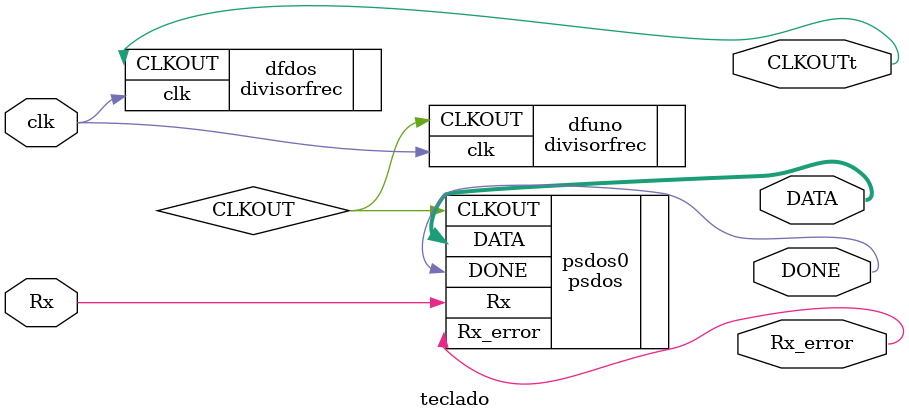
<source format=v>
module  teclado (
                  input		          Rx,
			            input		          clk,
			            output	  	      Rx_error,
			            output	    [7:0]	DATA,
		            	output    	      DONE,
                  output            CLKOUTt
                );
  psdos	       psdos0     (
			                      .Rx         ( Rx        ),
			                      .CLKOUT     ( CLKOUT    ),
			                      .Rx_error   ( Rx_error  ),
			                      .DATA       ( DATA      ),
		                      	.DONE       ( DONE      )
		                      );
  divisorfrec	 dfuno      (
				                    .clk        ( clk       ),
				                    .CLKOUT     ( CLKOUT    )
			                    );
  divisorfrec	 dfdos      (
				                    .clk        ( clk       ),
				                    .CLKOUT     ( CLKOUTt   )
			                    );
endmodule

</source>
